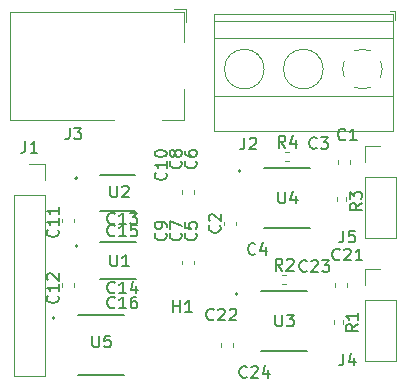
<source format=gbr>
%TF.GenerationSoftware,KiCad,Pcbnew,5.1.9+dfsg1-1+deb11u1*%
%TF.CreationDate,2023-02-23T11:19:56-05:00*%
%TF.ProjectId,DAC8811-sch,44414338-3831-4312-9d73-63682e6b6963,rev?*%
%TF.SameCoordinates,Original*%
%TF.FileFunction,Legend,Top*%
%TF.FilePolarity,Positive*%
%FSLAX46Y46*%
G04 Gerber Fmt 4.6, Leading zero omitted, Abs format (unit mm)*
G04 Created by KiCad (PCBNEW 5.1.9+dfsg1-1+deb11u1) date 2023-02-23 11:19:56*
%MOMM*%
%LPD*%
G01*
G04 APERTURE LIST*
%ADD10C,0.120000*%
%ADD11C,0.127000*%
%ADD12C,0.200000*%
%ADD13C,0.150000*%
G04 APERTURE END LIST*
D10*
%TO.C,C1*%
X139956000Y-108350267D02*
X139956000Y-108057733D01*
X138936000Y-108350267D02*
X138936000Y-108057733D01*
%TO.C,C2*%
X130304000Y-113238233D02*
X130304000Y-113530767D01*
X129284000Y-113238233D02*
X129284000Y-113530767D01*
%TO.C,C5*%
X126748000Y-116540233D02*
X126748000Y-116832767D01*
X125728000Y-116540233D02*
X125728000Y-116832767D01*
%TO.C,C6*%
X125728000Y-110597733D02*
X125728000Y-110890267D01*
X126748000Y-110597733D02*
X126748000Y-110890267D01*
%TO.C,C21*%
X138682000Y-118764267D02*
X138682000Y-118471733D01*
X139702000Y-118764267D02*
X139702000Y-118471733D01*
%TO.C,C22*%
X129030000Y-123551733D02*
X129030000Y-123844267D01*
X130050000Y-123551733D02*
X130050000Y-123844267D01*
%TO.C,J1*%
X111446000Y-110998000D02*
X114106000Y-110998000D01*
X111446000Y-110998000D02*
X111446000Y-126298000D01*
X111446000Y-126298000D02*
X114106000Y-126298000D01*
X114106000Y-110998000D02*
X114106000Y-126298000D01*
X114106000Y-108398000D02*
X114106000Y-109728000D01*
X112776000Y-108398000D02*
X114106000Y-108398000D01*
%TO.C,J3*%
X126068000Y-96326000D02*
X126068000Y-95276000D01*
X125018000Y-95276000D02*
X126068000Y-95276000D01*
X119968000Y-104676000D02*
X111168000Y-104676000D01*
X111168000Y-104676000D02*
X111168000Y-95476000D01*
X125868000Y-101976000D02*
X125868000Y-104676000D01*
X125868000Y-104676000D02*
X123968000Y-104676000D01*
X111168000Y-95476000D02*
X125868000Y-95476000D01*
X125868000Y-95476000D02*
X125868000Y-98076000D01*
%TO.C,J4*%
X141164000Y-125028000D02*
X143824000Y-125028000D01*
X141164000Y-119888000D02*
X141164000Y-125028000D01*
X143824000Y-119888000D02*
X143824000Y-125028000D01*
X141164000Y-119888000D02*
X143824000Y-119888000D01*
X141164000Y-118618000D02*
X141164000Y-117288000D01*
X141164000Y-117288000D02*
X142494000Y-117288000D01*
%TO.C,J5*%
X141164000Y-106874000D02*
X142494000Y-106874000D01*
X141164000Y-108204000D02*
X141164000Y-106874000D01*
X141164000Y-109474000D02*
X143824000Y-109474000D01*
X143824000Y-109474000D02*
X143824000Y-114614000D01*
X141164000Y-109474000D02*
X141164000Y-114614000D01*
X141164000Y-114614000D02*
X143824000Y-114614000D01*
%TO.C,R1*%
X138558000Y-121587879D02*
X138558000Y-121923121D01*
X139318000Y-121587879D02*
X139318000Y-121923121D01*
%TO.C,R2*%
X134198379Y-117730000D02*
X134533621Y-117730000D01*
X134198379Y-118490000D02*
X134533621Y-118490000D01*
%TO.C,R3*%
X138812000Y-111173879D02*
X138812000Y-111509121D01*
X139572000Y-111173879D02*
X139572000Y-111509121D01*
%TO.C,R4*%
X134452379Y-107316000D02*
X134787621Y-107316000D01*
X134452379Y-108076000D02*
X134787621Y-108076000D01*
D11*
%TO.C,U1*%
X118778000Y-118080000D02*
X121778000Y-118080000D01*
X118778000Y-115010000D02*
X121778000Y-115010000D01*
D12*
X116858000Y-115290000D02*
G75*
G03*
X116858000Y-115290000I-100000J0D01*
G01*
%TO.C,U2*%
X116840000Y-109560000D02*
G75*
G03*
X116840000Y-109560000I-100000J0D01*
G01*
D11*
X118760000Y-109280000D02*
X121760000Y-109280000D01*
X118760000Y-112350000D02*
X121760000Y-112350000D01*
D12*
%TO.C,U3*%
X130426000Y-119361000D02*
G75*
G03*
X130426000Y-119361000I-100000J0D01*
G01*
D11*
X132416000Y-119141000D02*
X136316000Y-119141000D01*
X132416000Y-124191000D02*
X136316000Y-124191000D01*
%TO.C,U4*%
X132670000Y-113777000D02*
X136570000Y-113777000D01*
X132670000Y-108727000D02*
X136570000Y-108727000D01*
D12*
X130680000Y-108947000D02*
G75*
G03*
X130680000Y-108947000I-100000J0D01*
G01*
%TO.C,U5*%
X114932000Y-121393000D02*
G75*
G03*
X114932000Y-121393000I-100000J0D01*
G01*
D11*
X116922000Y-121173000D02*
X120822000Y-121173000D01*
X116922000Y-126223000D02*
X120822000Y-126223000D01*
D10*
%TO.C,C11*%
X115568000Y-112984233D02*
X115568000Y-113276767D01*
X116588000Y-112984233D02*
X116588000Y-113276767D01*
%TO.C,C12*%
X116588000Y-118471733D02*
X116588000Y-118764267D01*
X115568000Y-118471733D02*
X115568000Y-118764267D01*
%TO.C,J2*%
X137650000Y-100330000D02*
G75*
G03*
X137650000Y-100330000I-1680000J0D01*
G01*
X132650000Y-100330000D02*
G75*
G03*
X132650000Y-100330000I-1680000J0D01*
G01*
X143530000Y-96230000D02*
X128410000Y-96230000D01*
X143530000Y-97730000D02*
X128410000Y-97730000D01*
X143530000Y-102631000D02*
X128410000Y-102631000D01*
X143530000Y-105591000D02*
X128410000Y-105591000D01*
X143530000Y-95670000D02*
X128410000Y-95670000D01*
X143530000Y-105591000D02*
X143530000Y-95670000D01*
X128410000Y-105591000D02*
X128410000Y-95670000D01*
X134695000Y-101399000D02*
X134742000Y-101353000D01*
X137004000Y-99091000D02*
X137039000Y-99056000D01*
X134900000Y-101605000D02*
X134935000Y-101569000D01*
X137197000Y-99307000D02*
X137244000Y-99261000D01*
X129695000Y-101399000D02*
X129742000Y-101353000D01*
X132004000Y-99091000D02*
X132039000Y-99056000D01*
X129900000Y-101605000D02*
X129935000Y-101569000D01*
X132197000Y-99307000D02*
X132244000Y-99261000D01*
X143770000Y-96170000D02*
X143770000Y-95430000D01*
X143770000Y-95430000D02*
X143270000Y-95430000D01*
X140286682Y-98795244D02*
G75*
G02*
X140970000Y-98650000I683318J-1534756D01*
G01*
X139434574Y-101013042D02*
G75*
G02*
X139435000Y-99646000I1535426J683042D01*
G01*
X141653042Y-101865426D02*
G75*
G02*
X140286000Y-101865000I-683042J1535426D01*
G01*
X142505426Y-99646958D02*
G75*
G02*
X142505000Y-101014000I-1535426J-683042D01*
G01*
X140941195Y-98649747D02*
G75*
G02*
X141654000Y-98795000I28805J-1680253D01*
G01*
%TO.C,C1*%
D13*
X139533333Y-106275142D02*
X139485714Y-106322761D01*
X139342857Y-106370380D01*
X139247619Y-106370380D01*
X139104761Y-106322761D01*
X139009523Y-106227523D01*
X138961904Y-106132285D01*
X138914285Y-105941809D01*
X138914285Y-105798952D01*
X138961904Y-105608476D01*
X139009523Y-105513238D01*
X139104761Y-105418000D01*
X139247619Y-105370380D01*
X139342857Y-105370380D01*
X139485714Y-105418000D01*
X139533333Y-105465619D01*
X140485714Y-106370380D02*
X139914285Y-106370380D01*
X140200000Y-106370380D02*
X140200000Y-105370380D01*
X140104761Y-105513238D01*
X140009523Y-105608476D01*
X139914285Y-105656095D01*
%TO.C,C2*%
X128881142Y-113551166D02*
X128928761Y-113598785D01*
X128976380Y-113741642D01*
X128976380Y-113836880D01*
X128928761Y-113979738D01*
X128833523Y-114074976D01*
X128738285Y-114122595D01*
X128547809Y-114170214D01*
X128404952Y-114170214D01*
X128214476Y-114122595D01*
X128119238Y-114074976D01*
X128024000Y-113979738D01*
X127976380Y-113836880D01*
X127976380Y-113741642D01*
X128024000Y-113598785D01*
X128071619Y-113551166D01*
X128071619Y-113170214D02*
X128024000Y-113122595D01*
X127976380Y-113027357D01*
X127976380Y-112789261D01*
X128024000Y-112694023D01*
X128071619Y-112646404D01*
X128166857Y-112598785D01*
X128262095Y-112598785D01*
X128404952Y-112646404D01*
X128976380Y-113217833D01*
X128976380Y-112598785D01*
%TO.C,C3*%
X137093833Y-107003142D02*
X137046214Y-107050761D01*
X136903357Y-107098380D01*
X136808119Y-107098380D01*
X136665261Y-107050761D01*
X136570023Y-106955523D01*
X136522404Y-106860285D01*
X136474785Y-106669809D01*
X136474785Y-106526952D01*
X136522404Y-106336476D01*
X136570023Y-106241238D01*
X136665261Y-106146000D01*
X136808119Y-106098380D01*
X136903357Y-106098380D01*
X137046214Y-106146000D01*
X137093833Y-106193619D01*
X137427166Y-106098380D02*
X138046214Y-106098380D01*
X137712880Y-106479333D01*
X137855738Y-106479333D01*
X137950976Y-106526952D01*
X137998595Y-106574571D01*
X138046214Y-106669809D01*
X138046214Y-106907904D01*
X137998595Y-107003142D01*
X137950976Y-107050761D01*
X137855738Y-107098380D01*
X137570023Y-107098380D01*
X137474785Y-107050761D01*
X137427166Y-107003142D01*
%TO.C,C4*%
X131913333Y-115961142D02*
X131865714Y-116008761D01*
X131722857Y-116056380D01*
X131627619Y-116056380D01*
X131484761Y-116008761D01*
X131389523Y-115913523D01*
X131341904Y-115818285D01*
X131294285Y-115627809D01*
X131294285Y-115484952D01*
X131341904Y-115294476D01*
X131389523Y-115199238D01*
X131484761Y-115104000D01*
X131627619Y-115056380D01*
X131722857Y-115056380D01*
X131865714Y-115104000D01*
X131913333Y-115151619D01*
X132770476Y-115389714D02*
X132770476Y-116056380D01*
X132532380Y-115008761D02*
X132294285Y-115723047D01*
X132913333Y-115723047D01*
%TO.C,C5*%
X126849142Y-114212666D02*
X126896761Y-114260285D01*
X126944380Y-114403142D01*
X126944380Y-114498380D01*
X126896761Y-114641238D01*
X126801523Y-114736476D01*
X126706285Y-114784095D01*
X126515809Y-114831714D01*
X126372952Y-114831714D01*
X126182476Y-114784095D01*
X126087238Y-114736476D01*
X125992000Y-114641238D01*
X125944380Y-114498380D01*
X125944380Y-114403142D01*
X125992000Y-114260285D01*
X126039619Y-114212666D01*
X125944380Y-113307904D02*
X125944380Y-113784095D01*
X126420571Y-113831714D01*
X126372952Y-113784095D01*
X126325333Y-113688857D01*
X126325333Y-113450761D01*
X126372952Y-113355523D01*
X126420571Y-113307904D01*
X126515809Y-113260285D01*
X126753904Y-113260285D01*
X126849142Y-113307904D01*
X126896761Y-113355523D01*
X126944380Y-113450761D01*
X126944380Y-113688857D01*
X126896761Y-113784095D01*
X126849142Y-113831714D01*
%TO.C,C6*%
X126849142Y-108116666D02*
X126896761Y-108164285D01*
X126944380Y-108307142D01*
X126944380Y-108402380D01*
X126896761Y-108545238D01*
X126801523Y-108640476D01*
X126706285Y-108688095D01*
X126515809Y-108735714D01*
X126372952Y-108735714D01*
X126182476Y-108688095D01*
X126087238Y-108640476D01*
X125992000Y-108545238D01*
X125944380Y-108402380D01*
X125944380Y-108307142D01*
X125992000Y-108164285D01*
X126039619Y-108116666D01*
X125944380Y-107259523D02*
X125944380Y-107450000D01*
X125992000Y-107545238D01*
X126039619Y-107592857D01*
X126182476Y-107688095D01*
X126372952Y-107735714D01*
X126753904Y-107735714D01*
X126849142Y-107688095D01*
X126896761Y-107640476D01*
X126944380Y-107545238D01*
X126944380Y-107354761D01*
X126896761Y-107259523D01*
X126849142Y-107211904D01*
X126753904Y-107164285D01*
X126515809Y-107164285D01*
X126420571Y-107211904D01*
X126372952Y-107259523D01*
X126325333Y-107354761D01*
X126325333Y-107545238D01*
X126372952Y-107640476D01*
X126420571Y-107688095D01*
X126515809Y-107735714D01*
%TO.C,C7*%
X125579142Y-114212666D02*
X125626761Y-114260285D01*
X125674380Y-114403142D01*
X125674380Y-114498380D01*
X125626761Y-114641238D01*
X125531523Y-114736476D01*
X125436285Y-114784095D01*
X125245809Y-114831714D01*
X125102952Y-114831714D01*
X124912476Y-114784095D01*
X124817238Y-114736476D01*
X124722000Y-114641238D01*
X124674380Y-114498380D01*
X124674380Y-114403142D01*
X124722000Y-114260285D01*
X124769619Y-114212666D01*
X124674380Y-113879333D02*
X124674380Y-113212666D01*
X125674380Y-113641238D01*
%TO.C,C8*%
X125579142Y-108116666D02*
X125626761Y-108164285D01*
X125674380Y-108307142D01*
X125674380Y-108402380D01*
X125626761Y-108545238D01*
X125531523Y-108640476D01*
X125436285Y-108688095D01*
X125245809Y-108735714D01*
X125102952Y-108735714D01*
X124912476Y-108688095D01*
X124817238Y-108640476D01*
X124722000Y-108545238D01*
X124674380Y-108402380D01*
X124674380Y-108307142D01*
X124722000Y-108164285D01*
X124769619Y-108116666D01*
X125102952Y-107545238D02*
X125055333Y-107640476D01*
X125007714Y-107688095D01*
X124912476Y-107735714D01*
X124864857Y-107735714D01*
X124769619Y-107688095D01*
X124722000Y-107640476D01*
X124674380Y-107545238D01*
X124674380Y-107354761D01*
X124722000Y-107259523D01*
X124769619Y-107211904D01*
X124864857Y-107164285D01*
X124912476Y-107164285D01*
X125007714Y-107211904D01*
X125055333Y-107259523D01*
X125102952Y-107354761D01*
X125102952Y-107545238D01*
X125150571Y-107640476D01*
X125198190Y-107688095D01*
X125293428Y-107735714D01*
X125483904Y-107735714D01*
X125579142Y-107688095D01*
X125626761Y-107640476D01*
X125674380Y-107545238D01*
X125674380Y-107354761D01*
X125626761Y-107259523D01*
X125579142Y-107211904D01*
X125483904Y-107164285D01*
X125293428Y-107164285D01*
X125198190Y-107211904D01*
X125150571Y-107259523D01*
X125102952Y-107354761D01*
%TO.C,C9*%
X124309142Y-114212666D02*
X124356761Y-114260285D01*
X124404380Y-114403142D01*
X124404380Y-114498380D01*
X124356761Y-114641238D01*
X124261523Y-114736476D01*
X124166285Y-114784095D01*
X123975809Y-114831714D01*
X123832952Y-114831714D01*
X123642476Y-114784095D01*
X123547238Y-114736476D01*
X123452000Y-114641238D01*
X123404380Y-114498380D01*
X123404380Y-114403142D01*
X123452000Y-114260285D01*
X123499619Y-114212666D01*
X124404380Y-113736476D02*
X124404380Y-113546000D01*
X124356761Y-113450761D01*
X124309142Y-113403142D01*
X124166285Y-113307904D01*
X123975809Y-113260285D01*
X123594857Y-113260285D01*
X123499619Y-113307904D01*
X123452000Y-113355523D01*
X123404380Y-113450761D01*
X123404380Y-113641238D01*
X123452000Y-113736476D01*
X123499619Y-113784095D01*
X123594857Y-113831714D01*
X123832952Y-113831714D01*
X123928190Y-113784095D01*
X123975809Y-113736476D01*
X124023428Y-113641238D01*
X124023428Y-113450761D01*
X123975809Y-113355523D01*
X123928190Y-113307904D01*
X123832952Y-113260285D01*
%TO.C,C10*%
X124309142Y-109100857D02*
X124356761Y-109148476D01*
X124404380Y-109291333D01*
X124404380Y-109386571D01*
X124356761Y-109529428D01*
X124261523Y-109624666D01*
X124166285Y-109672285D01*
X123975809Y-109719904D01*
X123832952Y-109719904D01*
X123642476Y-109672285D01*
X123547238Y-109624666D01*
X123452000Y-109529428D01*
X123404380Y-109386571D01*
X123404380Y-109291333D01*
X123452000Y-109148476D01*
X123499619Y-109100857D01*
X124404380Y-108148476D02*
X124404380Y-108719904D01*
X124404380Y-108434190D02*
X123404380Y-108434190D01*
X123547238Y-108529428D01*
X123642476Y-108624666D01*
X123690095Y-108719904D01*
X123404380Y-107529428D02*
X123404380Y-107434190D01*
X123452000Y-107338952D01*
X123499619Y-107291333D01*
X123594857Y-107243714D01*
X123785333Y-107196095D01*
X124023428Y-107196095D01*
X124213904Y-107243714D01*
X124309142Y-107291333D01*
X124356761Y-107338952D01*
X124404380Y-107434190D01*
X124404380Y-107529428D01*
X124356761Y-107624666D01*
X124309142Y-107672285D01*
X124213904Y-107719904D01*
X124023428Y-107767523D01*
X123785333Y-107767523D01*
X123594857Y-107719904D01*
X123499619Y-107672285D01*
X123452000Y-107624666D01*
X123404380Y-107529428D01*
%TO.C,C21*%
X139057142Y-116435142D02*
X139009523Y-116482761D01*
X138866666Y-116530380D01*
X138771428Y-116530380D01*
X138628571Y-116482761D01*
X138533333Y-116387523D01*
X138485714Y-116292285D01*
X138438095Y-116101809D01*
X138438095Y-115958952D01*
X138485714Y-115768476D01*
X138533333Y-115673238D01*
X138628571Y-115578000D01*
X138771428Y-115530380D01*
X138866666Y-115530380D01*
X139009523Y-115578000D01*
X139057142Y-115625619D01*
X139438095Y-115625619D02*
X139485714Y-115578000D01*
X139580952Y-115530380D01*
X139819047Y-115530380D01*
X139914285Y-115578000D01*
X139961904Y-115625619D01*
X140009523Y-115720857D01*
X140009523Y-115816095D01*
X139961904Y-115958952D01*
X139390476Y-116530380D01*
X140009523Y-116530380D01*
X140961904Y-116530380D02*
X140390476Y-116530380D01*
X140676190Y-116530380D02*
X140676190Y-115530380D01*
X140580952Y-115673238D01*
X140485714Y-115768476D01*
X140390476Y-115816095D01*
%TO.C,C22*%
X128389142Y-121515142D02*
X128341523Y-121562761D01*
X128198666Y-121610380D01*
X128103428Y-121610380D01*
X127960571Y-121562761D01*
X127865333Y-121467523D01*
X127817714Y-121372285D01*
X127770095Y-121181809D01*
X127770095Y-121038952D01*
X127817714Y-120848476D01*
X127865333Y-120753238D01*
X127960571Y-120658000D01*
X128103428Y-120610380D01*
X128198666Y-120610380D01*
X128341523Y-120658000D01*
X128389142Y-120705619D01*
X128770095Y-120705619D02*
X128817714Y-120658000D01*
X128912952Y-120610380D01*
X129151047Y-120610380D01*
X129246285Y-120658000D01*
X129293904Y-120705619D01*
X129341523Y-120800857D01*
X129341523Y-120896095D01*
X129293904Y-121038952D01*
X128722476Y-121610380D01*
X129341523Y-121610380D01*
X129722476Y-120705619D02*
X129770095Y-120658000D01*
X129865333Y-120610380D01*
X130103428Y-120610380D01*
X130198666Y-120658000D01*
X130246285Y-120705619D01*
X130293904Y-120800857D01*
X130293904Y-120896095D01*
X130246285Y-121038952D01*
X129674857Y-121610380D01*
X130293904Y-121610380D01*
%TO.C,C23*%
X136263142Y-117417142D02*
X136215523Y-117464761D01*
X136072666Y-117512380D01*
X135977428Y-117512380D01*
X135834571Y-117464761D01*
X135739333Y-117369523D01*
X135691714Y-117274285D01*
X135644095Y-117083809D01*
X135644095Y-116940952D01*
X135691714Y-116750476D01*
X135739333Y-116655238D01*
X135834571Y-116560000D01*
X135977428Y-116512380D01*
X136072666Y-116512380D01*
X136215523Y-116560000D01*
X136263142Y-116607619D01*
X136644095Y-116607619D02*
X136691714Y-116560000D01*
X136786952Y-116512380D01*
X137025047Y-116512380D01*
X137120285Y-116560000D01*
X137167904Y-116607619D01*
X137215523Y-116702857D01*
X137215523Y-116798095D01*
X137167904Y-116940952D01*
X136596476Y-117512380D01*
X137215523Y-117512380D01*
X137548857Y-116512380D02*
X138167904Y-116512380D01*
X137834571Y-116893333D01*
X137977428Y-116893333D01*
X138072666Y-116940952D01*
X138120285Y-116988571D01*
X138167904Y-117083809D01*
X138167904Y-117321904D01*
X138120285Y-117417142D01*
X138072666Y-117464761D01*
X137977428Y-117512380D01*
X137691714Y-117512380D01*
X137596476Y-117464761D01*
X137548857Y-117417142D01*
%TO.C,C24*%
X131183142Y-126375142D02*
X131135523Y-126422761D01*
X130992666Y-126470380D01*
X130897428Y-126470380D01*
X130754571Y-126422761D01*
X130659333Y-126327523D01*
X130611714Y-126232285D01*
X130564095Y-126041809D01*
X130564095Y-125898952D01*
X130611714Y-125708476D01*
X130659333Y-125613238D01*
X130754571Y-125518000D01*
X130897428Y-125470380D01*
X130992666Y-125470380D01*
X131135523Y-125518000D01*
X131183142Y-125565619D01*
X131564095Y-125565619D02*
X131611714Y-125518000D01*
X131706952Y-125470380D01*
X131945047Y-125470380D01*
X132040285Y-125518000D01*
X132087904Y-125565619D01*
X132135523Y-125660857D01*
X132135523Y-125756095D01*
X132087904Y-125898952D01*
X131516476Y-126470380D01*
X132135523Y-126470380D01*
X132992666Y-125803714D02*
X132992666Y-126470380D01*
X132754571Y-125422761D02*
X132516476Y-126137047D01*
X133135523Y-126137047D01*
%TO.C,J1*%
X112442666Y-106410380D02*
X112442666Y-107124666D01*
X112395047Y-107267523D01*
X112299809Y-107362761D01*
X112156952Y-107410380D01*
X112061714Y-107410380D01*
X113442666Y-107410380D02*
X112871238Y-107410380D01*
X113156952Y-107410380D02*
X113156952Y-106410380D01*
X113061714Y-106553238D01*
X112966476Y-106648476D01*
X112871238Y-106696095D01*
%TO.C,J3*%
X116184666Y-105278380D02*
X116184666Y-105992666D01*
X116137047Y-106135523D01*
X116041809Y-106230761D01*
X115898952Y-106278380D01*
X115803714Y-106278380D01*
X116565619Y-105278380D02*
X117184666Y-105278380D01*
X116851333Y-105659333D01*
X116994190Y-105659333D01*
X117089428Y-105706952D01*
X117137047Y-105754571D01*
X117184666Y-105849809D01*
X117184666Y-106087904D01*
X117137047Y-106183142D01*
X117089428Y-106230761D01*
X116994190Y-106278380D01*
X116708476Y-106278380D01*
X116613238Y-106230761D01*
X116565619Y-106183142D01*
%TO.C,J4*%
X139366666Y-124420380D02*
X139366666Y-125134666D01*
X139319047Y-125277523D01*
X139223809Y-125372761D01*
X139080952Y-125420380D01*
X138985714Y-125420380D01*
X140271428Y-124753714D02*
X140271428Y-125420380D01*
X140033333Y-124372761D02*
X139795238Y-125087047D01*
X140414285Y-125087047D01*
%TO.C,J5*%
X139366666Y-114006380D02*
X139366666Y-114720666D01*
X139319047Y-114863523D01*
X139223809Y-114958761D01*
X139080952Y-115006380D01*
X138985714Y-115006380D01*
X140319047Y-114006380D02*
X139842857Y-114006380D01*
X139795238Y-114482571D01*
X139842857Y-114434952D01*
X139938095Y-114387333D01*
X140176190Y-114387333D01*
X140271428Y-114434952D01*
X140319047Y-114482571D01*
X140366666Y-114577809D01*
X140366666Y-114815904D01*
X140319047Y-114911142D01*
X140271428Y-114958761D01*
X140176190Y-115006380D01*
X139938095Y-115006380D01*
X139842857Y-114958761D01*
X139795238Y-114911142D01*
%TO.C,R1*%
X140560380Y-121922166D02*
X140084190Y-122255500D01*
X140560380Y-122493595D02*
X139560380Y-122493595D01*
X139560380Y-122112642D01*
X139608000Y-122017404D01*
X139655619Y-121969785D01*
X139750857Y-121922166D01*
X139893714Y-121922166D01*
X139988952Y-121969785D01*
X140036571Y-122017404D01*
X140084190Y-122112642D01*
X140084190Y-122493595D01*
X140560380Y-120969785D02*
X140560380Y-121541214D01*
X140560380Y-121255500D02*
X139560380Y-121255500D01*
X139703238Y-121350738D01*
X139798476Y-121445976D01*
X139846095Y-121541214D01*
%TO.C,R2*%
X134199333Y-117392380D02*
X133866000Y-116916190D01*
X133627904Y-117392380D02*
X133627904Y-116392380D01*
X134008857Y-116392380D01*
X134104095Y-116440000D01*
X134151714Y-116487619D01*
X134199333Y-116582857D01*
X134199333Y-116725714D01*
X134151714Y-116820952D01*
X134104095Y-116868571D01*
X134008857Y-116916190D01*
X133627904Y-116916190D01*
X134580285Y-116487619D02*
X134627904Y-116440000D01*
X134723142Y-116392380D01*
X134961238Y-116392380D01*
X135056476Y-116440000D01*
X135104095Y-116487619D01*
X135151714Y-116582857D01*
X135151714Y-116678095D01*
X135104095Y-116820952D01*
X134532666Y-117392380D01*
X135151714Y-117392380D01*
%TO.C,R3*%
X140914380Y-111672666D02*
X140438190Y-112006000D01*
X140914380Y-112244095D02*
X139914380Y-112244095D01*
X139914380Y-111863142D01*
X139962000Y-111767904D01*
X140009619Y-111720285D01*
X140104857Y-111672666D01*
X140247714Y-111672666D01*
X140342952Y-111720285D01*
X140390571Y-111767904D01*
X140438190Y-111863142D01*
X140438190Y-112244095D01*
X139914380Y-111339333D02*
X139914380Y-110720285D01*
X140295333Y-111053619D01*
X140295333Y-110910761D01*
X140342952Y-110815523D01*
X140390571Y-110767904D01*
X140485809Y-110720285D01*
X140723904Y-110720285D01*
X140819142Y-110767904D01*
X140866761Y-110815523D01*
X140914380Y-110910761D01*
X140914380Y-111196476D01*
X140866761Y-111291714D01*
X140819142Y-111339333D01*
%TO.C,R4*%
X134453333Y-106978380D02*
X134120000Y-106502190D01*
X133881904Y-106978380D02*
X133881904Y-105978380D01*
X134262857Y-105978380D01*
X134358095Y-106026000D01*
X134405714Y-106073619D01*
X134453333Y-106168857D01*
X134453333Y-106311714D01*
X134405714Y-106406952D01*
X134358095Y-106454571D01*
X134262857Y-106502190D01*
X133881904Y-106502190D01*
X135310476Y-106311714D02*
X135310476Y-106978380D01*
X135072380Y-105930761D02*
X134834285Y-106645047D01*
X135453333Y-106645047D01*
%TO.C,U1*%
X119634095Y-116038380D02*
X119634095Y-116847904D01*
X119681714Y-116943142D01*
X119729333Y-116990761D01*
X119824571Y-117038380D01*
X120015047Y-117038380D01*
X120110285Y-116990761D01*
X120157904Y-116943142D01*
X120205523Y-116847904D01*
X120205523Y-116038380D01*
X121205523Y-117038380D02*
X120634095Y-117038380D01*
X120919809Y-117038380D02*
X120919809Y-116038380D01*
X120824571Y-116181238D01*
X120729333Y-116276476D01*
X120634095Y-116324095D01*
%TO.C,U2*%
X119634095Y-110196380D02*
X119634095Y-111005904D01*
X119681714Y-111101142D01*
X119729333Y-111148761D01*
X119824571Y-111196380D01*
X120015047Y-111196380D01*
X120110285Y-111148761D01*
X120157904Y-111101142D01*
X120205523Y-111005904D01*
X120205523Y-110196380D01*
X120634095Y-110291619D02*
X120681714Y-110244000D01*
X120776952Y-110196380D01*
X121015047Y-110196380D01*
X121110285Y-110244000D01*
X121157904Y-110291619D01*
X121205523Y-110386857D01*
X121205523Y-110482095D01*
X121157904Y-110624952D01*
X120586476Y-111196380D01*
X121205523Y-111196380D01*
%TO.C,U3*%
X133604095Y-121118380D02*
X133604095Y-121927904D01*
X133651714Y-122023142D01*
X133699333Y-122070761D01*
X133794571Y-122118380D01*
X133985047Y-122118380D01*
X134080285Y-122070761D01*
X134127904Y-122023142D01*
X134175523Y-121927904D01*
X134175523Y-121118380D01*
X134556476Y-121118380D02*
X135175523Y-121118380D01*
X134842190Y-121499333D01*
X134985047Y-121499333D01*
X135080285Y-121546952D01*
X135127904Y-121594571D01*
X135175523Y-121689809D01*
X135175523Y-121927904D01*
X135127904Y-122023142D01*
X135080285Y-122070761D01*
X134985047Y-122118380D01*
X134699333Y-122118380D01*
X134604095Y-122070761D01*
X134556476Y-122023142D01*
%TO.C,U4*%
X133858095Y-110704380D02*
X133858095Y-111513904D01*
X133905714Y-111609142D01*
X133953333Y-111656761D01*
X134048571Y-111704380D01*
X134239047Y-111704380D01*
X134334285Y-111656761D01*
X134381904Y-111609142D01*
X134429523Y-111513904D01*
X134429523Y-110704380D01*
X135334285Y-111037714D02*
X135334285Y-111704380D01*
X135096190Y-110656761D02*
X134858095Y-111371047D01*
X135477142Y-111371047D01*
%TO.C,U5*%
X118110095Y-122896380D02*
X118110095Y-123705904D01*
X118157714Y-123801142D01*
X118205333Y-123848761D01*
X118300571Y-123896380D01*
X118491047Y-123896380D01*
X118586285Y-123848761D01*
X118633904Y-123801142D01*
X118681523Y-123705904D01*
X118681523Y-122896380D01*
X119633904Y-122896380D02*
X119157714Y-122896380D01*
X119110095Y-123372571D01*
X119157714Y-123324952D01*
X119252952Y-123277333D01*
X119491047Y-123277333D01*
X119586285Y-123324952D01*
X119633904Y-123372571D01*
X119681523Y-123467809D01*
X119681523Y-123705904D01*
X119633904Y-123801142D01*
X119586285Y-123848761D01*
X119491047Y-123896380D01*
X119252952Y-123896380D01*
X119157714Y-123848761D01*
X119110095Y-123801142D01*
%TO.C,C11*%
X115165142Y-113926857D02*
X115212761Y-113974476D01*
X115260380Y-114117333D01*
X115260380Y-114212571D01*
X115212761Y-114355428D01*
X115117523Y-114450666D01*
X115022285Y-114498285D01*
X114831809Y-114545904D01*
X114688952Y-114545904D01*
X114498476Y-114498285D01*
X114403238Y-114450666D01*
X114308000Y-114355428D01*
X114260380Y-114212571D01*
X114260380Y-114117333D01*
X114308000Y-113974476D01*
X114355619Y-113926857D01*
X115260380Y-112974476D02*
X115260380Y-113545904D01*
X115260380Y-113260190D02*
X114260380Y-113260190D01*
X114403238Y-113355428D01*
X114498476Y-113450666D01*
X114546095Y-113545904D01*
X115260380Y-112022095D02*
X115260380Y-112593523D01*
X115260380Y-112307809D02*
X114260380Y-112307809D01*
X114403238Y-112403047D01*
X114498476Y-112498285D01*
X114546095Y-112593523D01*
%TO.C,C12*%
X115165142Y-119514857D02*
X115212761Y-119562476D01*
X115260380Y-119705333D01*
X115260380Y-119800571D01*
X115212761Y-119943428D01*
X115117523Y-120038666D01*
X115022285Y-120086285D01*
X114831809Y-120133904D01*
X114688952Y-120133904D01*
X114498476Y-120086285D01*
X114403238Y-120038666D01*
X114308000Y-119943428D01*
X114260380Y-119800571D01*
X114260380Y-119705333D01*
X114308000Y-119562476D01*
X114355619Y-119514857D01*
X115260380Y-118562476D02*
X115260380Y-119133904D01*
X115260380Y-118848190D02*
X114260380Y-118848190D01*
X114403238Y-118943428D01*
X114498476Y-119038666D01*
X114546095Y-119133904D01*
X114355619Y-118181523D02*
X114308000Y-118133904D01*
X114260380Y-118038666D01*
X114260380Y-117800571D01*
X114308000Y-117705333D01*
X114355619Y-117657714D01*
X114450857Y-117610095D01*
X114546095Y-117610095D01*
X114688952Y-117657714D01*
X115260380Y-118229142D01*
X115260380Y-117610095D01*
%TO.C,C13*%
X120007142Y-113387142D02*
X119959523Y-113434761D01*
X119816666Y-113482380D01*
X119721428Y-113482380D01*
X119578571Y-113434761D01*
X119483333Y-113339523D01*
X119435714Y-113244285D01*
X119388095Y-113053809D01*
X119388095Y-112910952D01*
X119435714Y-112720476D01*
X119483333Y-112625238D01*
X119578571Y-112530000D01*
X119721428Y-112482380D01*
X119816666Y-112482380D01*
X119959523Y-112530000D01*
X120007142Y-112577619D01*
X120959523Y-113482380D02*
X120388095Y-113482380D01*
X120673809Y-113482380D02*
X120673809Y-112482380D01*
X120578571Y-112625238D01*
X120483333Y-112720476D01*
X120388095Y-112768095D01*
X121292857Y-112482380D02*
X121911904Y-112482380D01*
X121578571Y-112863333D01*
X121721428Y-112863333D01*
X121816666Y-112910952D01*
X121864285Y-112958571D01*
X121911904Y-113053809D01*
X121911904Y-113291904D01*
X121864285Y-113387142D01*
X121816666Y-113434761D01*
X121721428Y-113482380D01*
X121435714Y-113482380D01*
X121340476Y-113434761D01*
X121292857Y-113387142D01*
%TO.C,C14*%
X120007142Y-119229142D02*
X119959523Y-119276761D01*
X119816666Y-119324380D01*
X119721428Y-119324380D01*
X119578571Y-119276761D01*
X119483333Y-119181523D01*
X119435714Y-119086285D01*
X119388095Y-118895809D01*
X119388095Y-118752952D01*
X119435714Y-118562476D01*
X119483333Y-118467238D01*
X119578571Y-118372000D01*
X119721428Y-118324380D01*
X119816666Y-118324380D01*
X119959523Y-118372000D01*
X120007142Y-118419619D01*
X120959523Y-119324380D02*
X120388095Y-119324380D01*
X120673809Y-119324380D02*
X120673809Y-118324380D01*
X120578571Y-118467238D01*
X120483333Y-118562476D01*
X120388095Y-118610095D01*
X121816666Y-118657714D02*
X121816666Y-119324380D01*
X121578571Y-118276761D02*
X121340476Y-118991047D01*
X121959523Y-118991047D01*
%TO.C,C15*%
X120007142Y-114403142D02*
X119959523Y-114450761D01*
X119816666Y-114498380D01*
X119721428Y-114498380D01*
X119578571Y-114450761D01*
X119483333Y-114355523D01*
X119435714Y-114260285D01*
X119388095Y-114069809D01*
X119388095Y-113926952D01*
X119435714Y-113736476D01*
X119483333Y-113641238D01*
X119578571Y-113546000D01*
X119721428Y-113498380D01*
X119816666Y-113498380D01*
X119959523Y-113546000D01*
X120007142Y-113593619D01*
X120959523Y-114498380D02*
X120388095Y-114498380D01*
X120673809Y-114498380D02*
X120673809Y-113498380D01*
X120578571Y-113641238D01*
X120483333Y-113736476D01*
X120388095Y-113784095D01*
X121864285Y-113498380D02*
X121388095Y-113498380D01*
X121340476Y-113974571D01*
X121388095Y-113926952D01*
X121483333Y-113879333D01*
X121721428Y-113879333D01*
X121816666Y-113926952D01*
X121864285Y-113974571D01*
X121911904Y-114069809D01*
X121911904Y-114307904D01*
X121864285Y-114403142D01*
X121816666Y-114450761D01*
X121721428Y-114498380D01*
X121483333Y-114498380D01*
X121388095Y-114450761D01*
X121340476Y-114403142D01*
%TO.C,C16*%
X120007142Y-120499142D02*
X119959523Y-120546761D01*
X119816666Y-120594380D01*
X119721428Y-120594380D01*
X119578571Y-120546761D01*
X119483333Y-120451523D01*
X119435714Y-120356285D01*
X119388095Y-120165809D01*
X119388095Y-120022952D01*
X119435714Y-119832476D01*
X119483333Y-119737238D01*
X119578571Y-119642000D01*
X119721428Y-119594380D01*
X119816666Y-119594380D01*
X119959523Y-119642000D01*
X120007142Y-119689619D01*
X120959523Y-120594380D02*
X120388095Y-120594380D01*
X120673809Y-120594380D02*
X120673809Y-119594380D01*
X120578571Y-119737238D01*
X120483333Y-119832476D01*
X120388095Y-119880095D01*
X121816666Y-119594380D02*
X121626190Y-119594380D01*
X121530952Y-119642000D01*
X121483333Y-119689619D01*
X121388095Y-119832476D01*
X121340476Y-120022952D01*
X121340476Y-120403904D01*
X121388095Y-120499142D01*
X121435714Y-120546761D01*
X121530952Y-120594380D01*
X121721428Y-120594380D01*
X121816666Y-120546761D01*
X121864285Y-120499142D01*
X121911904Y-120403904D01*
X121911904Y-120165809D01*
X121864285Y-120070571D01*
X121816666Y-120022952D01*
X121721428Y-119975333D01*
X121530952Y-119975333D01*
X121435714Y-120022952D01*
X121388095Y-120070571D01*
X121340476Y-120165809D01*
%TO.C,J2*%
X130984666Y-106132380D02*
X130984666Y-106846666D01*
X130937047Y-106989523D01*
X130841809Y-107084761D01*
X130698952Y-107132380D01*
X130603714Y-107132380D01*
X131413238Y-106227619D02*
X131460857Y-106180000D01*
X131556095Y-106132380D01*
X131794190Y-106132380D01*
X131889428Y-106180000D01*
X131937047Y-106227619D01*
X131984666Y-106322857D01*
X131984666Y-106418095D01*
X131937047Y-106560952D01*
X131365619Y-107132380D01*
X131984666Y-107132380D01*
%TO.C,H1*%
X124968095Y-120904380D02*
X124968095Y-119904380D01*
X124968095Y-120380571D02*
X125539523Y-120380571D01*
X125539523Y-120904380D02*
X125539523Y-119904380D01*
X126539523Y-120904380D02*
X125968095Y-120904380D01*
X126253809Y-120904380D02*
X126253809Y-119904380D01*
X126158571Y-120047238D01*
X126063333Y-120142476D01*
X125968095Y-120190095D01*
%TD*%
M02*

</source>
